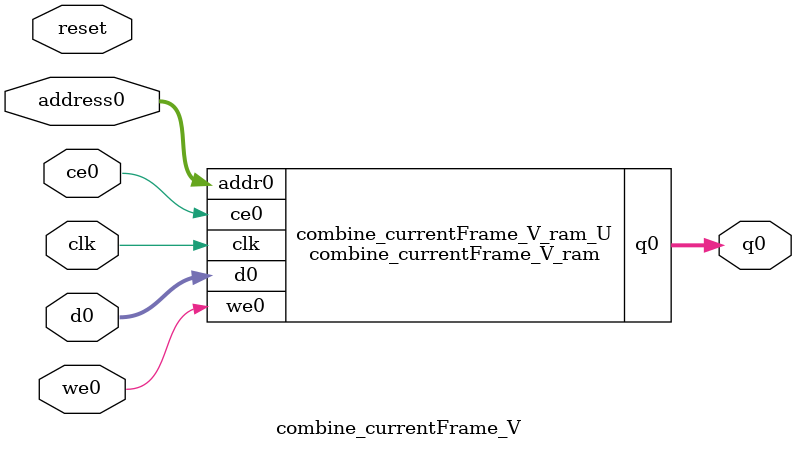
<source format=v>

`timescale 1 ns / 1 ps
module combine_currentFrame_V_ram (addr0, ce0, d0, we0, q0,  clk);

parameter DWIDTH = 17;
parameter AWIDTH = 10;
parameter MEM_SIZE = 1024;

input[AWIDTH-1:0] addr0;
input ce0;
input[DWIDTH-1:0] d0;
input we0;
output reg[DWIDTH-1:0] q0;
input clk;

(* ram_style = "block" *)reg [DWIDTH-1:0] ram[MEM_SIZE-1:0];




always @(posedge clk)  
begin 
    if (ce0) 
    begin
        if (we0) 
        begin 
            ram[addr0] <= d0; 
            q0 <= d0;
        end 
        else 
            q0 <= ram[addr0];
    end
end


endmodule


`timescale 1 ns / 1 ps
module combine_currentFrame_V(
    reset,
    clk,
    address0,
    ce0,
    we0,
    d0,
    q0);

parameter DataWidth = 32'd17;
parameter AddressRange = 32'd1024;
parameter AddressWidth = 32'd10;
input reset;
input clk;
input[AddressWidth - 1:0] address0;
input ce0;
input we0;
input[DataWidth - 1:0] d0;
output[DataWidth - 1:0] q0;




combine_currentFrame_V_ram combine_currentFrame_V_ram_U(
    .clk( clk ),
    .addr0( address0 ),
    .ce0( ce0 ),
    .d0( d0 ),
    .we0( we0 ),
    .q0( q0 ));

endmodule


</source>
